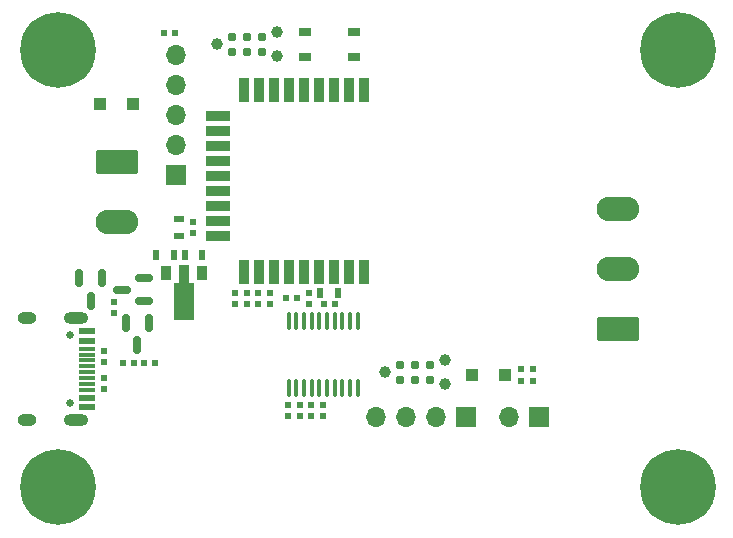
<source format=gts>
G04 #@! TF.GenerationSoftware,KiCad,Pcbnew,6.0.4-6f826c9f35~116~ubuntu20.04.1*
G04 #@! TF.CreationDate,2022-03-24T16:15:20+01:00*
G04 #@! TF.ProjectId,philphoc-luma,7068696c-7068-46f6-932d-6c756d612e6b,rev?*
G04 #@! TF.SameCoordinates,Original*
G04 #@! TF.FileFunction,Soldermask,Top*
G04 #@! TF.FilePolarity,Negative*
%FSLAX46Y46*%
G04 Gerber Fmt 4.6, Leading zero omitted, Abs format (unit mm)*
G04 Created by KiCad (PCBNEW 6.0.4-6f826c9f35~116~ubuntu20.04.1) date 2022-03-24 16:15:20*
%MOMM*%
%LPD*%
G01*
G04 APERTURE LIST*
G04 Aperture macros list*
%AMRoundRect*
0 Rectangle with rounded corners*
0 $1 Rounding radius*
0 $2 $3 $4 $5 $6 $7 $8 $9 X,Y pos of 4 corners*
0 Add a 4 corners polygon primitive as box body*
4,1,4,$2,$3,$4,$5,$6,$7,$8,$9,$2,$3,0*
0 Add four circle primitives for the rounded corners*
1,1,$1+$1,$2,$3*
1,1,$1+$1,$4,$5*
1,1,$1+$1,$6,$7*
1,1,$1+$1,$8,$9*
0 Add four rect primitives between the rounded corners*
20,1,$1+$1,$2,$3,$4,$5,0*
20,1,$1+$1,$4,$5,$6,$7,0*
20,1,$1+$1,$6,$7,$8,$9,0*
20,1,$1+$1,$8,$9,$2,$3,0*%
%AMFreePoly0*
4,1,9,3.862500,-0.866500,0.737500,-0.866500,0.737500,-0.450000,-0.737500,-0.450000,-0.737500,0.450000,0.737500,0.450000,0.737500,0.866500,3.862500,0.866500,3.862500,-0.866500,3.862500,-0.866500,$1*%
G04 Aperture macros list end*
%ADD10RoundRect,0.150000X-0.150000X0.587500X-0.150000X-0.587500X0.150000X-0.587500X0.150000X0.587500X0*%
%ADD11R,0.900000X2.000000*%
%ADD12R,2.000000X0.900000*%
%ADD13R,0.500000X0.600000*%
%ADD14R,0.600000X0.500000*%
%ADD15RoundRect,0.100000X-0.100000X0.637500X-0.100000X-0.637500X0.100000X-0.637500X0.100000X0.637500X0*%
%ADD16R,1.700000X1.700000*%
%ADD17O,1.700000X1.700000*%
%ADD18C,0.985520*%
%ADD19C,0.988060*%
%ADD20C,0.784860*%
%ADD21R,0.900000X1.300000*%
%ADD22FreePoly0,270.000000*%
%ADD23C,0.800000*%
%ADD24C,6.400000*%
%ADD25R,1.100000X1.100000*%
%ADD26R,0.900000X0.600000*%
%ADD27R,1.050000X0.650000*%
%ADD28RoundRect,0.249999X-1.550001X0.790001X-1.550001X-0.790001X1.550001X-0.790001X1.550001X0.790001X0*%
%ADD29O,3.600000X2.080000*%
%ADD30R,0.600000X0.900000*%
%ADD31RoundRect,0.150000X0.587500X0.150000X-0.587500X0.150000X-0.587500X-0.150000X0.587500X-0.150000X0*%
%ADD32RoundRect,0.249999X1.550001X-0.790001X1.550001X0.790001X-1.550001X0.790001X-1.550001X-0.790001X0*%
%ADD33C,0.650000*%
%ADD34R,1.450000X0.600000*%
%ADD35R,1.450000X0.300000*%
%ADD36O,2.100000X1.000000*%
%ADD37O,1.600000X1.000000*%
G04 APERTURE END LIST*
D10*
X58750000Y-75812500D03*
X56850000Y-75812500D03*
X57800000Y-77687500D03*
D11*
X80921000Y-59873000D03*
X79651000Y-59873000D03*
X78381000Y-59873000D03*
X77111000Y-59873000D03*
X75841000Y-59873000D03*
X74571000Y-59873000D03*
X73301000Y-59873000D03*
X72031000Y-59873000D03*
X70761000Y-59873000D03*
D12*
X68606500Y-62050500D03*
X68606500Y-63320500D03*
X68606500Y-64590500D03*
X68606500Y-65860500D03*
X68606500Y-67130500D03*
X68602000Y-68389000D03*
X68602000Y-69659000D03*
X68602000Y-70929000D03*
X68602000Y-72199000D03*
D11*
X70782500Y-75231000D03*
X72052500Y-75231000D03*
X73322500Y-75231000D03*
X74592500Y-75231000D03*
X75862500Y-75231000D03*
X77132500Y-75231000D03*
X78381000Y-75238000D03*
X79651000Y-75238000D03*
X80921000Y-75238000D03*
D13*
X94280000Y-84500000D03*
X95220000Y-84500000D03*
D14*
X76250000Y-77970000D03*
X76250000Y-77030000D03*
D15*
X80425000Y-79387500D03*
X79775000Y-79387500D03*
X79125000Y-79387500D03*
X78475000Y-79387500D03*
X77825000Y-79387500D03*
X77175000Y-79387500D03*
X76525000Y-79387500D03*
X75875000Y-79387500D03*
X75225000Y-79387500D03*
X74575000Y-79387500D03*
X74575000Y-85112500D03*
X75225000Y-85112500D03*
X75875000Y-85112500D03*
X76525000Y-85112500D03*
X77175000Y-85112500D03*
X77825000Y-85112500D03*
X78475000Y-85112500D03*
X79125000Y-85112500D03*
X79775000Y-85112500D03*
X80425000Y-85112500D03*
D16*
X65000000Y-67075000D03*
D17*
X65000000Y-64535000D03*
X65000000Y-61995000D03*
X65000000Y-59455000D03*
X65000000Y-56915000D03*
D18*
X87790000Y-84766000D03*
D19*
X82710000Y-83750000D03*
D18*
X87790000Y-82734000D03*
D20*
X83980000Y-84385000D03*
X83980000Y-83115000D03*
X85250000Y-84385000D03*
X85250000Y-83115000D03*
X86520000Y-84385000D03*
X86520000Y-83115000D03*
D21*
X67200000Y-75350000D03*
D22*
X65700000Y-75437500D03*
D21*
X64200000Y-75350000D03*
D14*
X70000000Y-77970000D03*
X70000000Y-77030000D03*
D13*
X95220000Y-83500000D03*
X94280000Y-83500000D03*
D23*
X109197056Y-54802944D03*
D24*
X107500000Y-56500000D03*
D23*
X107500000Y-54100000D03*
X105802944Y-54802944D03*
X105100000Y-56500000D03*
X105802944Y-58197056D03*
X109900000Y-56500000D03*
X107500000Y-58900000D03*
X109197056Y-58197056D03*
D25*
X58600000Y-61000000D03*
X61400000Y-61000000D03*
D26*
X65250000Y-70750000D03*
X65250000Y-72250000D03*
D25*
X92900000Y-84000000D03*
X90100000Y-84000000D03*
D27*
X75925000Y-57075000D03*
X80075000Y-57075000D03*
X80075000Y-54925000D03*
X75925000Y-54925000D03*
D14*
X59800000Y-78770000D03*
X59800000Y-77830000D03*
X75500000Y-86530000D03*
X75500000Y-87470000D03*
X74500000Y-86530000D03*
X74500000Y-87470000D03*
D13*
X64030000Y-55000000D03*
X64970000Y-55000000D03*
D23*
X55000000Y-58900000D03*
X57400000Y-56500000D03*
X56697056Y-54802944D03*
D24*
X55000000Y-56500000D03*
D23*
X52600000Y-56500000D03*
X55000000Y-54100000D03*
X56697056Y-58197056D03*
X53302944Y-54802944D03*
X53302944Y-58197056D03*
D10*
X62700000Y-79562500D03*
X60800000Y-79562500D03*
X61750000Y-81437500D03*
D18*
X73540000Y-54984000D03*
D19*
X68460000Y-56000000D03*
D18*
X73540000Y-57016000D03*
D20*
X69730000Y-56635000D03*
X69730000Y-55365000D03*
X71000000Y-56635000D03*
X71000000Y-55365000D03*
X72270000Y-56635000D03*
X72270000Y-55365000D03*
D28*
X60027500Y-65960000D03*
D29*
X60027500Y-71040000D03*
D16*
X89560000Y-87500000D03*
D17*
X87020000Y-87500000D03*
X84480000Y-87500000D03*
X81940000Y-87500000D03*
D13*
X60530000Y-83000000D03*
X61470000Y-83000000D03*
D23*
X107500000Y-91100000D03*
X107500000Y-95900000D03*
D24*
X107500000Y-93500000D03*
D23*
X105802944Y-95197056D03*
X109197056Y-95197056D03*
X109900000Y-93500000D03*
X105802944Y-91802944D03*
X105100000Y-93500000D03*
X109197056Y-91802944D03*
D30*
X67250000Y-73800000D03*
X65750000Y-73800000D03*
D16*
X95770000Y-87500000D03*
D17*
X93230000Y-87500000D03*
D31*
X62337500Y-77700000D03*
X62337500Y-75800000D03*
X60462500Y-76750000D03*
D14*
X76500000Y-86530000D03*
X76500000Y-87470000D03*
X71000000Y-78000000D03*
X71000000Y-77060000D03*
X58900000Y-85170000D03*
X58900000Y-84230000D03*
X58900000Y-81930000D03*
X58900000Y-82870000D03*
D13*
X78470000Y-78000000D03*
X77530000Y-78000000D03*
D30*
X63350000Y-73800000D03*
X64850000Y-73800000D03*
D23*
X53302944Y-91802944D03*
X57400000Y-93500000D03*
D24*
X55000000Y-93500000D03*
D23*
X52600000Y-93500000D03*
X56697056Y-91802944D03*
X55000000Y-95900000D03*
X55000000Y-91100000D03*
X53302944Y-95197056D03*
X56697056Y-95197056D03*
D13*
X62280000Y-83000000D03*
X63220000Y-83000000D03*
D14*
X73000000Y-77970000D03*
X73000000Y-77030000D03*
X72000000Y-77970000D03*
X72000000Y-77030000D03*
D30*
X78750000Y-77000000D03*
X77250000Y-77000000D03*
D13*
X75270000Y-77500000D03*
X74330000Y-77500000D03*
D32*
X102472500Y-80080000D03*
D29*
X102472500Y-75000000D03*
X102472500Y-69920000D03*
D14*
X66500000Y-71030000D03*
X66500000Y-71970000D03*
D33*
X56055000Y-80610000D03*
X56055000Y-86390000D03*
D34*
X57500000Y-80300000D03*
X57500000Y-81100000D03*
D35*
X57500000Y-82250000D03*
X57500000Y-83250000D03*
X57500000Y-83750000D03*
X57500000Y-84750000D03*
D34*
X57500000Y-81100000D03*
X57500000Y-80300000D03*
X57500000Y-86700000D03*
X57500000Y-85900000D03*
D35*
X57500000Y-85250000D03*
X57500000Y-84250000D03*
X57500000Y-82750000D03*
X57500000Y-81750000D03*
D34*
X57500000Y-85900000D03*
X57500000Y-86700000D03*
D36*
X56585000Y-79180000D03*
X56585000Y-87820000D03*
D37*
X52405000Y-87820000D03*
X52405000Y-79180000D03*
D14*
X77500000Y-86530000D03*
X77500000Y-87470000D03*
M02*

</source>
